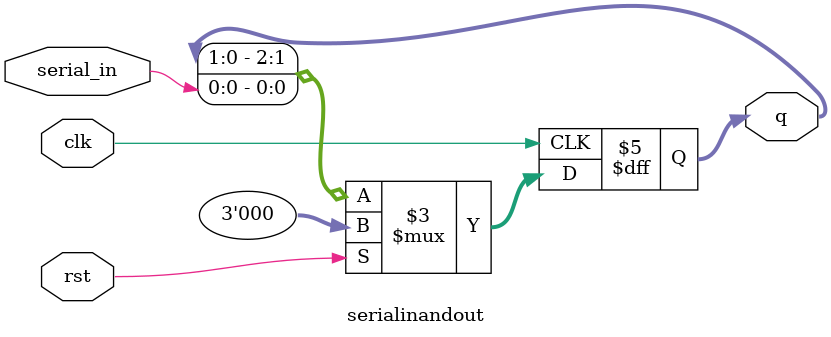
<source format=v>
module serialinandout(
    input  wire clk,     // clock input
    input  wire rst,     // synchronous reset
    input  wire serial_in, // serial data input
    output reg  [2:0] q   // 3-bit register output
);

always @(posedge clk) begin
    if (rst)
        q <= 3'b000;          // reset all bits
    else
        q <= {q[1:0], serial_in}; // shift left
end

endmodule
</source>
